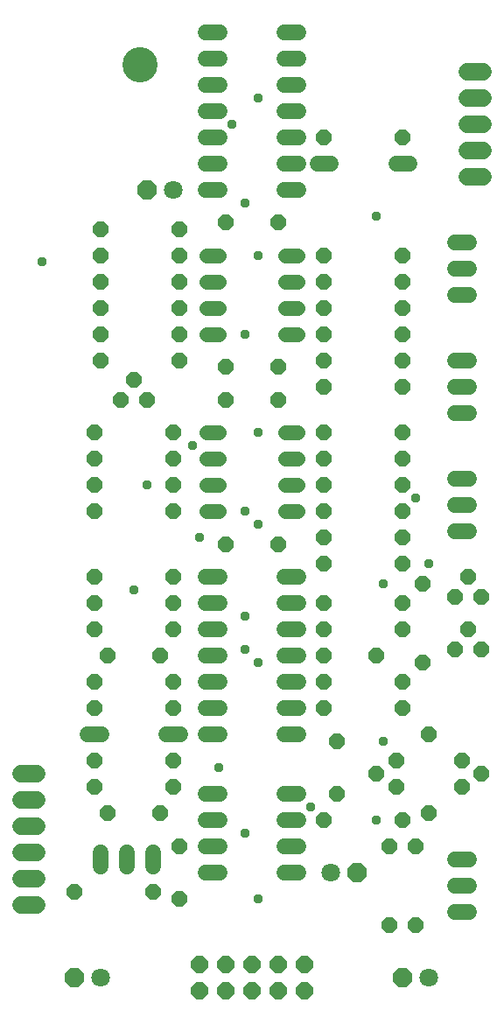
<source format=gts>
G04 EAGLE Gerber RS-274X export*
G75*
%MOMM*%
%FSLAX34Y34*%
%LPD*%
%INSoldermask Top*%
%IPPOS*%
%AMOC8*
5,1,8,0,0,1.08239X$1,22.5*%
G01*
%ADD10C,3.403600*%
%ADD11C,1.524000*%
%ADD12P,1.951982X8X22.500000*%
%ADD13C,1.803400*%
%ADD14P,1.649562X8X292.500000*%
%ADD15P,1.649562X8X22.500000*%
%ADD16P,1.649562X8X202.500000*%
%ADD17P,1.649562X8X112.500000*%
%ADD18C,1.411200*%
%ADD19P,1.951982X8X202.500000*%
%ADD20C,1.727200*%
%ADD21P,1.759533X8X202.500000*%
%ADD22C,0.959600*%


D10*
X133350Y939800D03*
D11*
X272796Y158750D02*
X286004Y158750D01*
X286004Y184150D02*
X272796Y184150D01*
X209804Y184150D02*
X196596Y184150D01*
X196596Y158750D02*
X209804Y158750D01*
X272796Y209550D02*
X286004Y209550D01*
X286004Y234950D02*
X272796Y234950D01*
X209804Y209550D02*
X196596Y209550D01*
X196596Y234950D02*
X209804Y234950D01*
D12*
X342900Y158750D03*
D13*
X317500Y158750D03*
D14*
X171450Y184150D03*
X171450Y133350D03*
D15*
X88900Y241300D03*
X165100Y241300D03*
D16*
X387350Y584200D03*
X311150Y584200D03*
X152400Y215900D03*
X101600Y215900D03*
D14*
X444500Y241300D03*
X463550Y254000D03*
X444500Y266700D03*
D17*
X381000Y266700D03*
X361950Y254000D03*
X381000Y241300D03*
X374650Y107950D03*
X374650Y184150D03*
D11*
X437896Y120650D02*
X451104Y120650D01*
X451104Y171450D02*
X437896Y171450D01*
X437896Y146050D02*
X451104Y146050D01*
D17*
X400050Y107950D03*
X400050Y184150D03*
D11*
X286004Y292100D02*
X272796Y292100D01*
X272796Y317500D02*
X286004Y317500D01*
X286004Y444500D02*
X272796Y444500D01*
X209804Y444500D02*
X196596Y444500D01*
X272796Y342900D02*
X286004Y342900D01*
X286004Y368300D02*
X272796Y368300D01*
X272796Y419100D02*
X286004Y419100D01*
X286004Y393700D02*
X272796Y393700D01*
X209804Y419100D02*
X196596Y419100D01*
X196596Y393700D02*
X209804Y393700D01*
X209804Y368300D02*
X196596Y368300D01*
X196596Y342900D02*
X209804Y342900D01*
X209804Y317500D02*
X196596Y317500D01*
X196596Y292100D02*
X209804Y292100D01*
D14*
X412750Y292100D03*
X412750Y215900D03*
D16*
X387350Y393700D03*
X311150Y393700D03*
D17*
X323850Y234950D03*
X323850Y285750D03*
D15*
X311150Y419100D03*
X387350Y419100D03*
D11*
X437896Y603250D02*
X451104Y603250D01*
X451104Y654050D02*
X437896Y654050D01*
X437896Y628650D02*
X451104Y628650D01*
D15*
X311150Y457200D03*
X387350Y457200D03*
X463550Y425450D03*
X450850Y444500D03*
X438150Y425450D03*
X463550Y374650D03*
X450850Y393700D03*
X438150Y374650D03*
D16*
X165100Y419100D03*
X88900Y419100D03*
X165100Y393700D03*
X88900Y393700D03*
D14*
X406400Y438150D03*
X406400Y361950D03*
D11*
X437896Y488950D02*
X451104Y488950D01*
X451104Y539750D02*
X437896Y539750D01*
X437896Y514350D02*
X451104Y514350D01*
D15*
X311150Y482600D03*
X387350Y482600D03*
X311150Y342900D03*
X387350Y342900D03*
X311150Y317500D03*
X387350Y317500D03*
X88900Y444500D03*
X165100Y444500D03*
D11*
X272796Y819150D02*
X286004Y819150D01*
X286004Y844550D02*
X272796Y844550D01*
X272796Y971550D02*
X286004Y971550D01*
X209804Y971550D02*
X196596Y971550D01*
X272796Y869950D02*
X286004Y869950D01*
X286004Y895350D02*
X272796Y895350D01*
X272796Y946150D02*
X286004Y946150D01*
X286004Y920750D02*
X272796Y920750D01*
X209804Y946150D02*
X196596Y946150D01*
X196596Y920750D02*
X209804Y920750D01*
X209804Y895350D02*
X196596Y895350D01*
X196596Y869950D02*
X209804Y869950D01*
X209804Y844550D02*
X196596Y844550D01*
X196596Y819150D02*
X209804Y819150D01*
D16*
X387350Y869950D03*
X311150Y869950D03*
D15*
X95250Y781050D03*
X171450Y781050D03*
D16*
X171450Y755650D03*
X95250Y755650D03*
X171450Y704850D03*
X95250Y704850D03*
X171450Y679450D03*
X95250Y679450D03*
D15*
X88900Y508000D03*
X165100Y508000D03*
X95250Y730250D03*
X171450Y730250D03*
X311150Y730250D03*
X387350Y730250D03*
X311150Y679450D03*
X387350Y679450D03*
X311150Y654050D03*
X387350Y654050D03*
D16*
X387350Y704850D03*
X311150Y704850D03*
X387350Y755650D03*
X311150Y755650D03*
X387350Y209550D03*
X311150Y209550D03*
D11*
X304546Y844550D02*
X317754Y844550D01*
X380746Y844550D02*
X393954Y844550D01*
D18*
X285440Y508000D02*
X273360Y508000D01*
X273360Y533400D02*
X285440Y533400D01*
X285440Y558800D02*
X273360Y558800D01*
X273360Y584200D02*
X285440Y584200D01*
X209240Y584200D02*
X197160Y584200D01*
X197160Y558800D02*
X209240Y558800D01*
X209240Y533400D02*
X197160Y533400D01*
X197160Y508000D02*
X209240Y508000D01*
D11*
X437896Y717550D02*
X451104Y717550D01*
X451104Y768350D02*
X437896Y768350D01*
X437896Y742950D02*
X451104Y742950D01*
D15*
X311150Y628650D03*
X387350Y628650D03*
X311150Y533400D03*
X387350Y533400D03*
D16*
X387350Y508000D03*
X311150Y508000D03*
X387350Y558800D03*
X311150Y558800D03*
D15*
X88900Y558800D03*
X165100Y558800D03*
X88900Y584200D03*
X165100Y584200D03*
X88900Y533400D03*
X165100Y533400D03*
D16*
X171450Y654050D03*
X95250Y654050D03*
X361950Y368300D03*
X311150Y368300D03*
D15*
X101600Y368300D03*
X152400Y368300D03*
X215900Y615950D03*
X266700Y615950D03*
D16*
X266700Y476250D03*
X215900Y476250D03*
D19*
X139700Y819150D03*
D13*
X165100Y819150D03*
D20*
X33020Y127000D02*
X17780Y127000D01*
X17780Y152400D02*
X33020Y152400D01*
X33020Y177800D02*
X17780Y177800D01*
X17780Y203200D02*
X33020Y203200D01*
X33020Y228600D02*
X17780Y228600D01*
X17780Y254000D02*
X33020Y254000D01*
D18*
X273360Y679450D02*
X285440Y679450D01*
X285440Y704850D02*
X273360Y704850D01*
X273360Y730250D02*
X285440Y730250D01*
X285440Y755650D02*
X273360Y755650D01*
X209240Y755650D02*
X197160Y755650D01*
X197160Y730250D02*
X209240Y730250D01*
X209240Y704850D02*
X197160Y704850D01*
X197160Y679450D02*
X209240Y679450D01*
D15*
X114300Y615950D03*
X127000Y635000D03*
X139700Y615950D03*
D11*
X146050Y178054D02*
X146050Y164846D01*
X95250Y164846D02*
X95250Y178054D01*
X120650Y178054D02*
X120650Y164846D01*
D16*
X146050Y139700D03*
X69850Y139700D03*
D15*
X88900Y266700D03*
X165100Y266700D03*
D11*
X171704Y292100D02*
X158496Y292100D01*
X95504Y292100D02*
X82296Y292100D01*
D15*
X88900Y317500D03*
X165100Y317500D03*
X88900Y342900D03*
X165100Y342900D03*
X215900Y787400D03*
X266700Y787400D03*
D16*
X266700Y647700D03*
X215900Y647700D03*
D20*
X449580Y831850D02*
X464820Y831850D01*
X464820Y857250D02*
X449580Y857250D01*
X449580Y882650D02*
X464820Y882650D01*
X464820Y908050D02*
X449580Y908050D01*
X449580Y933450D02*
X464820Y933450D01*
D21*
X292100Y69850D03*
X292100Y44450D03*
X266700Y69850D03*
X266700Y44450D03*
X241300Y69850D03*
X241300Y44450D03*
X215900Y69850D03*
X215900Y44450D03*
X190500Y69850D03*
X190500Y44450D03*
D19*
X387350Y57150D03*
D13*
X412750Y57150D03*
D19*
X69850Y57150D03*
D13*
X95250Y57150D03*
D22*
X38100Y749300D03*
X361950Y793750D03*
X209550Y260350D03*
X190500Y482600D03*
X361950Y209550D03*
X247650Y361950D03*
X247650Y755650D03*
X247650Y584200D03*
X247650Y495300D03*
X247650Y133350D03*
X247650Y908050D03*
X184150Y571500D03*
X234950Y374650D03*
X234950Y806450D03*
X234950Y406400D03*
X234950Y679450D03*
X234950Y508000D03*
X234950Y196850D03*
X298450Y222250D03*
X368300Y285750D03*
X412750Y457200D03*
X400050Y520700D03*
X368300Y438150D03*
X127000Y431800D03*
X139700Y533400D03*
X222250Y882650D03*
M02*

</source>
